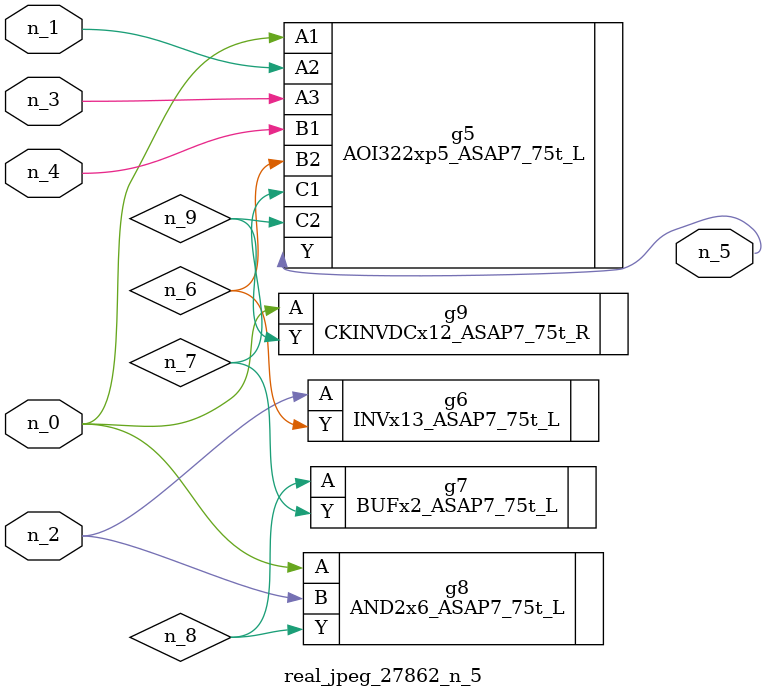
<source format=v>
module real_jpeg_27862_n_5 (n_4, n_0, n_1, n_2, n_3, n_5);

input n_4;
input n_0;
input n_1;
input n_2;
input n_3;

output n_5;

wire n_8;
wire n_6;
wire n_7;
wire n_9;

AOI322xp5_ASAP7_75t_L g5 ( 
.A1(n_0),
.A2(n_1),
.A3(n_3),
.B1(n_4),
.B2(n_6),
.C1(n_7),
.C2(n_9),
.Y(n_5)
);

AND2x6_ASAP7_75t_L g8 ( 
.A(n_0),
.B(n_2),
.Y(n_8)
);

CKINVDCx12_ASAP7_75t_R g9 ( 
.A(n_0),
.Y(n_9)
);

INVx13_ASAP7_75t_L g6 ( 
.A(n_2),
.Y(n_6)
);

BUFx2_ASAP7_75t_L g7 ( 
.A(n_8),
.Y(n_7)
);


endmodule
</source>
